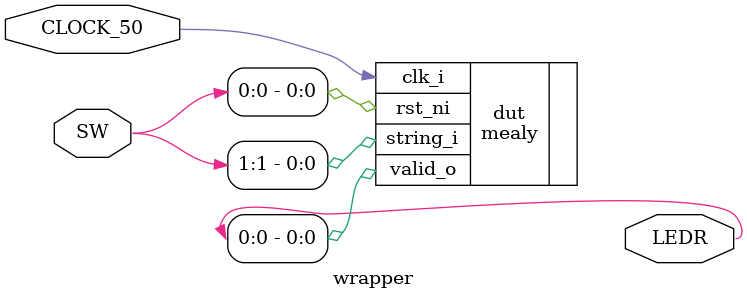
<source format=sv>
module wrapper(
    //inputs
    input logic CLOCK_50,
    input logic [1:0] SW,
    //outputs
    output logic [1:0] LEDR
);
    mealy dut (
        .clk_i    (CLOCK_50),
        .rst_ni   (SW[0]),
        .string_i (SW[1]),
        .valid_o  (LEDR[0])
    );
endmodule : wrapper

</source>
